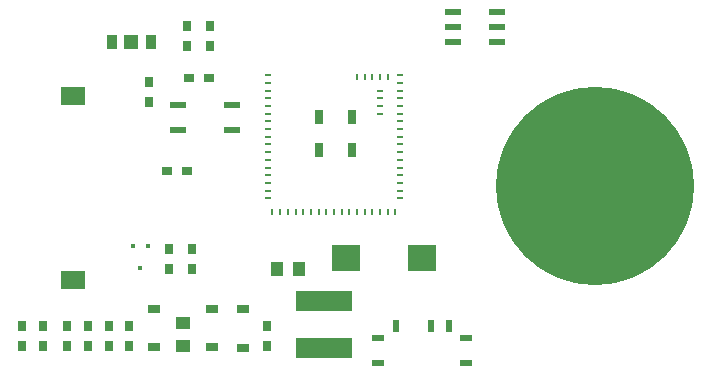
<source format=gbr>
G04 DipTrace 3.2.0.1*
G04 TopPaste.gbr*
%MOIN*%
G04 #@! TF.FileFunction,Paste,Top*
G04 #@! TF.Part,Single*
%AMOUTLINE2*
4,1,4,
0.025601,-0.010802,
0.02558,0.010853,
-0.025601,0.010802,
-0.02558,-0.010853,
0.025601,-0.010802,
0*%
%AMOUTLINE8*
4,1,4,
-0.025615,-0.009779,
0.025565,-0.009907,
0.025615,0.009779,
-0.025565,0.009907,
-0.025615,-0.009779,
0*%
%ADD63R,0.019685X0.041339*%
%ADD65R,0.03937X0.023622*%
%ADD67R,0.040157X0.028346*%
%ADD69R,0.016614X0.017638*%
%ADD71R,0.07874X0.062992*%
%ADD73R,0.041339X0.003937*%
%ADD75C,0.661417*%
%ADD77R,0.035433X0.047244*%
%ADD79R,0.051181X0.047244*%
%ADD83R,0.031496X0.051181*%
%ADD85R,0.023622X0.005906*%
%ADD87R,0.005906X0.023622*%
%ADD89R,0.188976X0.070866*%
%ADD91R,0.051181X0.043307*%
%ADD93R,0.043307X0.051181*%
%ADD95R,0.094488X0.086614*%
%ADD96R,0.035433X0.031496*%
%ADD98R,0.031496X0.035433*%
%ADD103OUTLINE2*%
%ADD109OUTLINE8*%
%FSLAX26Y26*%
G04*
G70*
G90*
G75*
G01*
G04 TopPaste*
%LPD*%
D98*
X-594092Y464205D3*
Y531134D3*
X-798354Y278971D3*
Y345900D3*
D96*
X-737337Y50597D3*
X-670408D3*
D95*
X110346Y-241828D3*
X-141635D3*
D93*
X-371785Y-277105D3*
X-296982D3*
D91*
X-686213Y-533482D3*
Y-458678D3*
D98*
X-1072888Y-533421D3*
Y-466492D3*
X-1152707Y-533627D3*
Y-466698D3*
X-1000828Y-533598D3*
Y-466669D3*
X-864114Y-534042D3*
Y-467113D3*
X-1222837Y-534219D3*
Y-467290D3*
X-932310Y-534513D3*
Y-467584D3*
X-404155Y-535131D3*
Y-468202D3*
D103*
X214854Y478337D3*
X214806Y528339D3*
X214756Y578339D3*
X363280Y478484D3*
X363230Y528483D3*
X363181Y578484D3*
D89*
X-215135Y-383496D3*
Y-540976D3*
D98*
X-671949Y465636D3*
Y532566D3*
D96*
X-664227Y358416D3*
X-597298D3*
D98*
X-654951Y-276941D3*
Y-210012D3*
X-732818Y-277647D3*
Y-210718D3*
D87*
X-182051Y-88871D3*
X-156461D3*
X-130870D3*
X-105280D3*
X-79689D3*
X-54098D3*
X-28508D3*
X-2917D3*
X22673D3*
X-207642D3*
X-233232D3*
X-258823D3*
X-284413D3*
X-310004D3*
X-335594D3*
X-361185D3*
X-386776D3*
D85*
X-402524Y-41627D3*
Y-16037D3*
Y9554D3*
Y35144D3*
Y60735D3*
Y86325D3*
Y111916D3*
Y137507D3*
Y163097D3*
Y188688D3*
Y214278D3*
Y239869D3*
Y265459D3*
Y291050D3*
Y316640D3*
Y342231D3*
Y367822D3*
X38421Y-41627D3*
Y-16037D3*
Y9554D3*
Y35144D3*
Y60735D3*
Y86325D3*
Y111916D3*
Y137507D3*
Y163097D3*
Y188688D3*
Y214278D3*
Y239869D3*
Y265459D3*
Y291050D3*
Y316640D3*
Y342231D3*
Y367822D3*
X-28508Y316640D3*
Y291050D3*
Y265459D3*
Y239869D3*
D87*
X-2917Y363885D3*
X-28508D3*
X-54098D3*
X-79689D3*
X-105280D3*
D83*
X-121028Y117822D3*
X-231264D3*
Y230026D3*
X-121028D3*
D79*
X-858286Y480664D3*
D77*
X-923247D3*
X-793325D3*
D75*
X688189Y0D3*
D73*
X-951772Y21260D3*
Y1575D3*
Y-18110D3*
Y-37795D3*
Y-57480D3*
Y-77165D3*
Y-96850D3*
Y-116535D3*
Y-136220D3*
Y-155906D3*
Y-175591D3*
Y-195276D3*
Y-214961D3*
Y-234646D3*
Y40945D3*
Y60630D3*
Y80315D3*
Y100000D3*
Y119685D3*
Y139370D3*
Y159055D3*
Y178740D3*
Y198425D3*
Y218110D3*
D71*
X-1051181Y298819D3*
Y-315354D3*
D109*
X-700997Y269282D3*
X-701210Y184636D3*
X-521864Y268836D3*
X-522076Y184190D3*
D69*
X-827488Y-272825D3*
X-801740Y-202353D3*
X-853236D3*
D67*
X-782633Y-538912D3*
Y-409957D3*
X-589751Y-409974D3*
Y-538929D3*
X-486176Y-410297D3*
Y-539252D3*
D65*
X-35471Y-592493D3*
Y-505879D3*
D63*
X23584Y-467493D3*
X141694D3*
X200749D3*
D65*
X259804Y-505879D3*
Y-592493D3*
M02*

</source>
